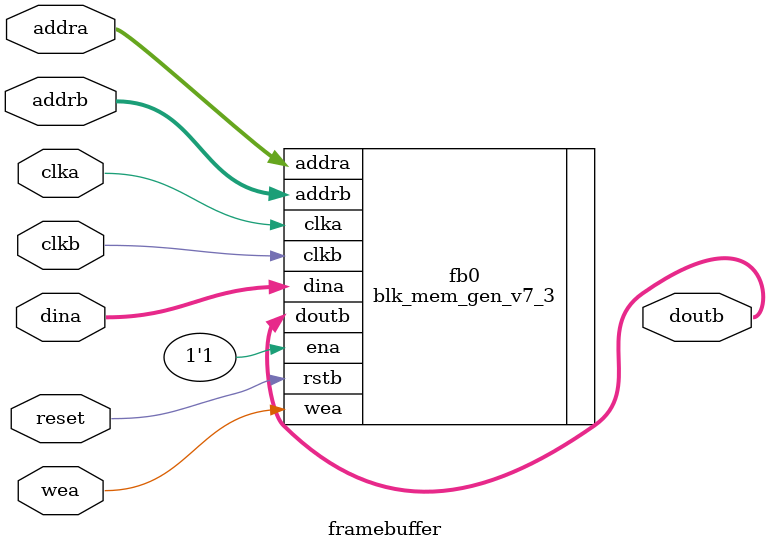
<source format=v>
`timescale 1ns / 1ps
module framebuffer(

	input [0 : 0] wea,
	input [11 : 0] addra,
	input [7 : 0] dina,
	input [11 : 0] addrb,
	output [7 : 0] doutb,
	input clka,
	input clkb,
	input reset
	);

	
	blk_mem_gen_v7_3 fb0 (
		 .clka(clka), 
		 .ena(1'b1), 
		 .wea(wea), 
		 .addra(addra), 
		 .dina(dina), 
		 .clkb(clkb), 
		 .rstb(reset), 
		 .addrb(addrb), 
		 .doutb(doutb)
		 );

   
endmodule

</source>
